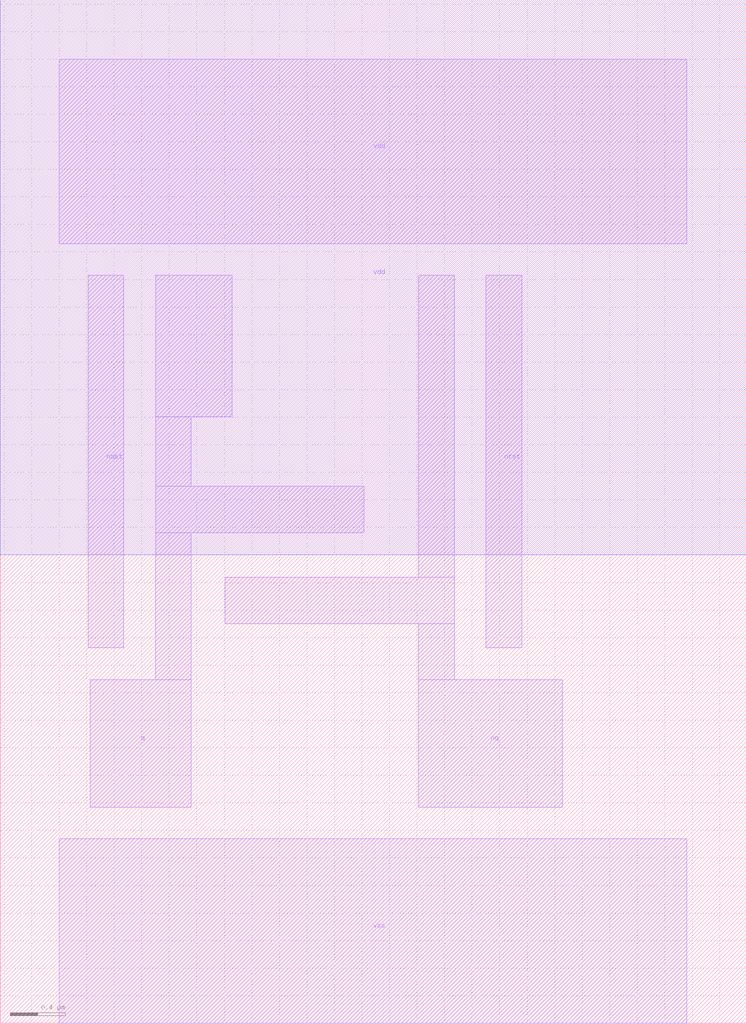
<source format=lef>
VERSION 5.7 ;
  NOWIREEXTENSIONATPIN ON ;
  DIVIDERCHAR "/" ;
  BUSBITCHARS "[]" ;
MACRO nsnrlatch_x1
  CLASS BLOCK ;
  FOREIGN nsnrlatch_x1 ;
  ORIGIN 0.430 0.000 ;
  SIZE 5.420 BY 7.430 ;
  PIN q
    ANTENNAGATEAREA 0.921200 ;
    ANTENNADIFFAREA 1.587200 ;
    PORT
      LAYER Metal1 ;
        RECT 0.700 4.405 1.255 5.430 ;
        RECT 0.700 3.900 0.960 4.405 ;
        RECT 0.700 3.560 2.215 3.900 ;
        RECT 0.700 2.495 0.960 3.560 ;
        RECT 0.225 1.570 0.960 2.495 ;
    END
  END q
  PIN vdd
    ANTENNADIFFAREA 3.983800 ;
    PORT
      LAYER Nwell ;
        RECT -0.430 3.400 4.990 7.430 ;
      LAYER Metal1 ;
        RECT 0.000 5.660 4.560 7.000 ;
    END
  END vdd
  PIN vss
    ANTENNADIFFAREA 2.344200 ;
    PORT
      LAYER Metal1 ;
        RECT 0.000 0.000 4.560 1.340 ;
    END
  END vss
  PIN nset
    ANTENNAGATEAREA 0.921200 ;
    PORT
      LAYER Metal1 ;
        RECT 0.210 2.725 0.470 5.430 ;
    END
  END nset
  PIN nq
    ANTENNAGATEAREA 0.921200 ;
    ANTENNADIFFAREA 1.587200 ;
    PORT
      LAYER Metal1 ;
        RECT 2.610 3.240 2.870 5.430 ;
        RECT 1.205 2.900 2.870 3.240 ;
        RECT 2.610 2.495 2.870 2.900 ;
        RECT 2.610 1.570 3.655 2.495 ;
    END
  END nq
  PIN nrst
    ANTENNAGATEAREA 0.921200 ;
    PORT
      LAYER Metal1 ;
        RECT 3.100 2.725 3.360 5.430 ;
    END
  END nrst
END nsnrlatch_x1
END LIBRARY


</source>
